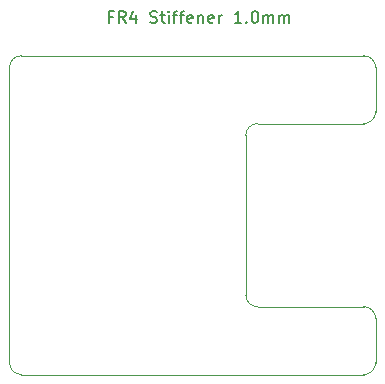
<source format=gbr>
%TF.GenerationSoftware,KiCad,Pcbnew,8.0.4*%
%TF.CreationDate,2024-07-27T12:09:47+02:00*%
%TF.ProjectId,PA3194G822_R03,50413331-3934-4473-9832-325f5230332e,3*%
%TF.SameCoordinates,Original*%
%TF.FileFunction,Other,User*%
%FSLAX46Y46*%
G04 Gerber Fmt 4.6, Leading zero omitted, Abs format (unit mm)*
G04 Created by KiCad (PCBNEW 8.0.4) date 2024-07-27 12:09:47*
%MOMM*%
%LPD*%
G01*
G04 APERTURE LIST*
%ADD10C,0.050000*%
%ADD11C,0.200000*%
G04 APERTURE END LIST*
D10*
X124000000Y-93250000D02*
G75*
G02*
X125000000Y-92250000I1000000J0D01*
G01*
X104000000Y-87500000D02*
X104000000Y-112500000D01*
X125000000Y-107750000D02*
X134000000Y-107750000D01*
X125000000Y-107750000D02*
G75*
G02*
X124000000Y-106750000I0J1000000D01*
G01*
X125000000Y-92250000D02*
X134000000Y-92250000D01*
X135000000Y-112500000D02*
G75*
G02*
X134000000Y-113500000I-1000000J0D01*
G01*
X134000000Y-107750000D02*
G75*
G02*
X135000000Y-108750000I0J-1000000D01*
G01*
X105000000Y-113500000D02*
G75*
G02*
X104000000Y-112500000I0J1000000D01*
G01*
X134000000Y-86500000D02*
G75*
G02*
X135000000Y-87500000I0J-1000000D01*
G01*
X104000000Y-87500000D02*
G75*
G02*
X105000000Y-86500000I1000000J0D01*
G01*
X105000000Y-86500000D02*
X134000000Y-86500000D01*
X135000000Y-91250000D02*
G75*
G02*
X134000000Y-92250000I-1000000J0D01*
G01*
X105000000Y-113500000D02*
X134000000Y-113500000D01*
X135000000Y-87500000D02*
X135000000Y-91250000D01*
X124000000Y-93250000D02*
X124000000Y-106750000D01*
X135000000Y-108750000D02*
X135000000Y-112500000D01*
D11*
X112733006Y-83203409D02*
X112399673Y-83203409D01*
X112399673Y-83727219D02*
X112399673Y-82727219D01*
X112399673Y-82727219D02*
X112875863Y-82727219D01*
X113828244Y-83727219D02*
X113494911Y-83251028D01*
X113256816Y-83727219D02*
X113256816Y-82727219D01*
X113256816Y-82727219D02*
X113637768Y-82727219D01*
X113637768Y-82727219D02*
X113733006Y-82774838D01*
X113733006Y-82774838D02*
X113780625Y-82822457D01*
X113780625Y-82822457D02*
X113828244Y-82917695D01*
X113828244Y-82917695D02*
X113828244Y-83060552D01*
X113828244Y-83060552D02*
X113780625Y-83155790D01*
X113780625Y-83155790D02*
X113733006Y-83203409D01*
X113733006Y-83203409D02*
X113637768Y-83251028D01*
X113637768Y-83251028D02*
X113256816Y-83251028D01*
X114685387Y-83060552D02*
X114685387Y-83727219D01*
X114447292Y-82679600D02*
X114209197Y-83393885D01*
X114209197Y-83393885D02*
X114828244Y-83393885D01*
X115923483Y-83679600D02*
X116066340Y-83727219D01*
X116066340Y-83727219D02*
X116304435Y-83727219D01*
X116304435Y-83727219D02*
X116399673Y-83679600D01*
X116399673Y-83679600D02*
X116447292Y-83631980D01*
X116447292Y-83631980D02*
X116494911Y-83536742D01*
X116494911Y-83536742D02*
X116494911Y-83441504D01*
X116494911Y-83441504D02*
X116447292Y-83346266D01*
X116447292Y-83346266D02*
X116399673Y-83298647D01*
X116399673Y-83298647D02*
X116304435Y-83251028D01*
X116304435Y-83251028D02*
X116113959Y-83203409D01*
X116113959Y-83203409D02*
X116018721Y-83155790D01*
X116018721Y-83155790D02*
X115971102Y-83108171D01*
X115971102Y-83108171D02*
X115923483Y-83012933D01*
X115923483Y-83012933D02*
X115923483Y-82917695D01*
X115923483Y-82917695D02*
X115971102Y-82822457D01*
X115971102Y-82822457D02*
X116018721Y-82774838D01*
X116018721Y-82774838D02*
X116113959Y-82727219D01*
X116113959Y-82727219D02*
X116352054Y-82727219D01*
X116352054Y-82727219D02*
X116494911Y-82774838D01*
X116780626Y-83060552D02*
X117161578Y-83060552D01*
X116923483Y-82727219D02*
X116923483Y-83584361D01*
X116923483Y-83584361D02*
X116971102Y-83679600D01*
X116971102Y-83679600D02*
X117066340Y-83727219D01*
X117066340Y-83727219D02*
X117161578Y-83727219D01*
X117494912Y-83727219D02*
X117494912Y-83060552D01*
X117494912Y-82727219D02*
X117447293Y-82774838D01*
X117447293Y-82774838D02*
X117494912Y-82822457D01*
X117494912Y-82822457D02*
X117542531Y-82774838D01*
X117542531Y-82774838D02*
X117494912Y-82727219D01*
X117494912Y-82727219D02*
X117494912Y-82822457D01*
X117828245Y-83060552D02*
X118209197Y-83060552D01*
X117971102Y-83727219D02*
X117971102Y-82870076D01*
X117971102Y-82870076D02*
X118018721Y-82774838D01*
X118018721Y-82774838D02*
X118113959Y-82727219D01*
X118113959Y-82727219D02*
X118209197Y-82727219D01*
X118399674Y-83060552D02*
X118780626Y-83060552D01*
X118542531Y-83727219D02*
X118542531Y-82870076D01*
X118542531Y-82870076D02*
X118590150Y-82774838D01*
X118590150Y-82774838D02*
X118685388Y-82727219D01*
X118685388Y-82727219D02*
X118780626Y-82727219D01*
X119494912Y-83679600D02*
X119399674Y-83727219D01*
X119399674Y-83727219D02*
X119209198Y-83727219D01*
X119209198Y-83727219D02*
X119113960Y-83679600D01*
X119113960Y-83679600D02*
X119066341Y-83584361D01*
X119066341Y-83584361D02*
X119066341Y-83203409D01*
X119066341Y-83203409D02*
X119113960Y-83108171D01*
X119113960Y-83108171D02*
X119209198Y-83060552D01*
X119209198Y-83060552D02*
X119399674Y-83060552D01*
X119399674Y-83060552D02*
X119494912Y-83108171D01*
X119494912Y-83108171D02*
X119542531Y-83203409D01*
X119542531Y-83203409D02*
X119542531Y-83298647D01*
X119542531Y-83298647D02*
X119066341Y-83393885D01*
X119971103Y-83060552D02*
X119971103Y-83727219D01*
X119971103Y-83155790D02*
X120018722Y-83108171D01*
X120018722Y-83108171D02*
X120113960Y-83060552D01*
X120113960Y-83060552D02*
X120256817Y-83060552D01*
X120256817Y-83060552D02*
X120352055Y-83108171D01*
X120352055Y-83108171D02*
X120399674Y-83203409D01*
X120399674Y-83203409D02*
X120399674Y-83727219D01*
X121256817Y-83679600D02*
X121161579Y-83727219D01*
X121161579Y-83727219D02*
X120971103Y-83727219D01*
X120971103Y-83727219D02*
X120875865Y-83679600D01*
X120875865Y-83679600D02*
X120828246Y-83584361D01*
X120828246Y-83584361D02*
X120828246Y-83203409D01*
X120828246Y-83203409D02*
X120875865Y-83108171D01*
X120875865Y-83108171D02*
X120971103Y-83060552D01*
X120971103Y-83060552D02*
X121161579Y-83060552D01*
X121161579Y-83060552D02*
X121256817Y-83108171D01*
X121256817Y-83108171D02*
X121304436Y-83203409D01*
X121304436Y-83203409D02*
X121304436Y-83298647D01*
X121304436Y-83298647D02*
X120828246Y-83393885D01*
X121733008Y-83727219D02*
X121733008Y-83060552D01*
X121733008Y-83251028D02*
X121780627Y-83155790D01*
X121780627Y-83155790D02*
X121828246Y-83108171D01*
X121828246Y-83108171D02*
X121923484Y-83060552D01*
X121923484Y-83060552D02*
X122018722Y-83060552D01*
X123637770Y-83727219D02*
X123066342Y-83727219D01*
X123352056Y-83727219D02*
X123352056Y-82727219D01*
X123352056Y-82727219D02*
X123256818Y-82870076D01*
X123256818Y-82870076D02*
X123161580Y-82965314D01*
X123161580Y-82965314D02*
X123066342Y-83012933D01*
X124066342Y-83631980D02*
X124113961Y-83679600D01*
X124113961Y-83679600D02*
X124066342Y-83727219D01*
X124066342Y-83727219D02*
X124018723Y-83679600D01*
X124018723Y-83679600D02*
X124066342Y-83631980D01*
X124066342Y-83631980D02*
X124066342Y-83727219D01*
X124733008Y-82727219D02*
X124828246Y-82727219D01*
X124828246Y-82727219D02*
X124923484Y-82774838D01*
X124923484Y-82774838D02*
X124971103Y-82822457D01*
X124971103Y-82822457D02*
X125018722Y-82917695D01*
X125018722Y-82917695D02*
X125066341Y-83108171D01*
X125066341Y-83108171D02*
X125066341Y-83346266D01*
X125066341Y-83346266D02*
X125018722Y-83536742D01*
X125018722Y-83536742D02*
X124971103Y-83631980D01*
X124971103Y-83631980D02*
X124923484Y-83679600D01*
X124923484Y-83679600D02*
X124828246Y-83727219D01*
X124828246Y-83727219D02*
X124733008Y-83727219D01*
X124733008Y-83727219D02*
X124637770Y-83679600D01*
X124637770Y-83679600D02*
X124590151Y-83631980D01*
X124590151Y-83631980D02*
X124542532Y-83536742D01*
X124542532Y-83536742D02*
X124494913Y-83346266D01*
X124494913Y-83346266D02*
X124494913Y-83108171D01*
X124494913Y-83108171D02*
X124542532Y-82917695D01*
X124542532Y-82917695D02*
X124590151Y-82822457D01*
X124590151Y-82822457D02*
X124637770Y-82774838D01*
X124637770Y-82774838D02*
X124733008Y-82727219D01*
X125494913Y-83727219D02*
X125494913Y-83060552D01*
X125494913Y-83155790D02*
X125542532Y-83108171D01*
X125542532Y-83108171D02*
X125637770Y-83060552D01*
X125637770Y-83060552D02*
X125780627Y-83060552D01*
X125780627Y-83060552D02*
X125875865Y-83108171D01*
X125875865Y-83108171D02*
X125923484Y-83203409D01*
X125923484Y-83203409D02*
X125923484Y-83727219D01*
X125923484Y-83203409D02*
X125971103Y-83108171D01*
X125971103Y-83108171D02*
X126066341Y-83060552D01*
X126066341Y-83060552D02*
X126209198Y-83060552D01*
X126209198Y-83060552D02*
X126304437Y-83108171D01*
X126304437Y-83108171D02*
X126352056Y-83203409D01*
X126352056Y-83203409D02*
X126352056Y-83727219D01*
X126828246Y-83727219D02*
X126828246Y-83060552D01*
X126828246Y-83155790D02*
X126875865Y-83108171D01*
X126875865Y-83108171D02*
X126971103Y-83060552D01*
X126971103Y-83060552D02*
X127113960Y-83060552D01*
X127113960Y-83060552D02*
X127209198Y-83108171D01*
X127209198Y-83108171D02*
X127256817Y-83203409D01*
X127256817Y-83203409D02*
X127256817Y-83727219D01*
X127256817Y-83203409D02*
X127304436Y-83108171D01*
X127304436Y-83108171D02*
X127399674Y-83060552D01*
X127399674Y-83060552D02*
X127542531Y-83060552D01*
X127542531Y-83060552D02*
X127637770Y-83108171D01*
X127637770Y-83108171D02*
X127685389Y-83203409D01*
X127685389Y-83203409D02*
X127685389Y-83727219D01*
M02*

</source>
